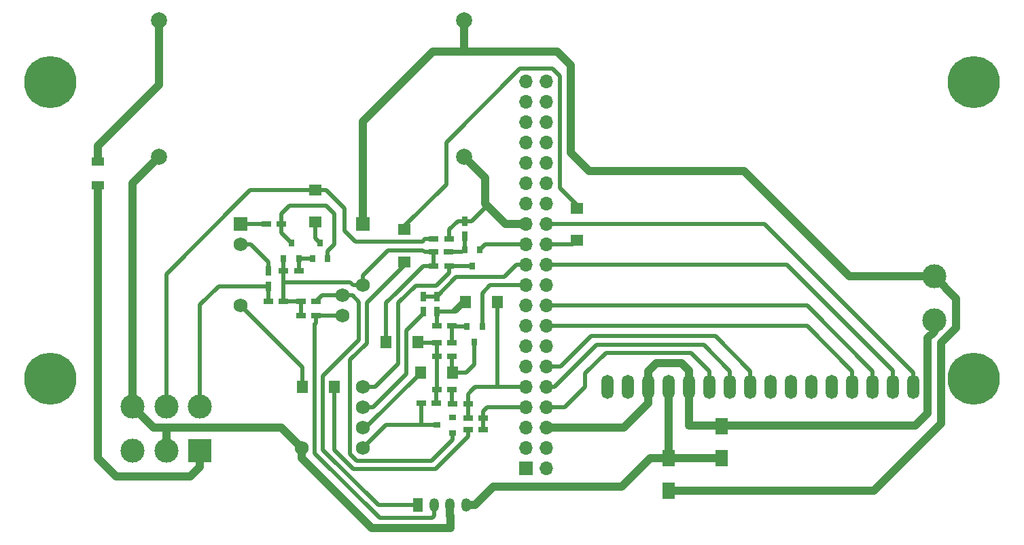
<source format=gbr>
G04 #@! TF.GenerationSoftware,KiCad,Pcbnew,(5.1.2)-1*
G04 #@! TF.CreationDate,2019-06-14T16:17:24+05:00*
G04 #@! TF.ProjectId,evend-adapter,6576656e-642d-4616-9461-707465722e6b,rev?*
G04 #@! TF.SameCoordinates,Original*
G04 #@! TF.FileFunction,Copper,L2,Bot*
G04 #@! TF.FilePolarity,Positive*
%FSLAX46Y46*%
G04 Gerber Fmt 4.6, Leading zero omitted, Abs format (unit mm)*
G04 Created by KiCad (PCBNEW (5.1.2)-1) date 2019-06-14 16:17:24*
%MOMM*%
%LPD*%
G04 APERTURE LIST*
%ADD10O,1.500000X3.000000*%
%ADD11C,6.500000*%
%ADD12R,1.600000X2.000000*%
%ADD13R,1.600000X1.400000*%
%ADD14R,1.400000X1.600000*%
%ADD15R,1.600000X1.000000*%
%ADD16O,1.700000X1.700000*%
%ADD17R,1.700000X1.700000*%
%ADD18R,1.200000X1.700000*%
%ADD19O,1.200000X1.700000*%
%ADD20C,1.727200*%
%ADD21R,1.727200X1.727200*%
%ADD22R,1.200000X0.750000*%
%ADD23C,3.000000*%
%ADD24R,0.750000X1.200000*%
%ADD25R,0.800000X0.900000*%
%ADD26R,3.000000X3.000000*%
%ADD27R,0.900000X0.800000*%
%ADD28C,2.000000*%
%ADD29C,0.500000*%
%ADD30C,1.000000*%
%ADD31C,0.400000*%
%ADD32C,0.250000*%
G04 APERTURE END LIST*
D10*
X158496000Y-154940000D03*
X155956000Y-154940000D03*
X153416000Y-154940000D03*
X150876000Y-154940000D03*
X148336000Y-154940000D03*
X145796000Y-154940000D03*
X143256000Y-154940000D03*
X140716000Y-154940000D03*
X138176000Y-154940000D03*
X135636000Y-154940000D03*
X133096000Y-154940000D03*
X130556000Y-154940000D03*
X128016000Y-154940000D03*
X125476000Y-154940000D03*
X122936000Y-154940000D03*
X120396000Y-154940000D03*
D11*
X50976000Y-153940000D03*
X50976000Y-116940000D03*
X165976000Y-153940000D03*
X165976000Y-116940000D03*
D12*
X134620000Y-163798000D03*
X134620000Y-159798000D03*
X128016000Y-163830000D03*
X128016000Y-167830000D03*
D13*
X116586000Y-136620000D03*
X116586000Y-132620000D03*
D14*
X102648000Y-144373600D03*
X106648000Y-144373600D03*
X97060000Y-153162000D03*
X101060000Y-153162000D03*
D13*
X84010500Y-130334000D03*
X84010500Y-134334000D03*
D15*
X56896000Y-126770000D03*
X56896000Y-129770000D03*
D14*
X86360000Y-154940000D03*
X82360000Y-154940000D03*
X96774000Y-149352000D03*
X92774000Y-149352000D03*
D13*
X95059500Y-135312400D03*
X95059500Y-139312400D03*
D16*
X112776000Y-160020000D03*
X110236000Y-162560000D03*
X110236000Y-147320000D03*
X112776000Y-147320000D03*
X112776000Y-162560000D03*
X110236000Y-160020000D03*
X112776000Y-165100000D03*
D17*
X110236000Y-165100000D03*
D16*
X110236000Y-137160000D03*
X112776000Y-137160000D03*
X110236000Y-152400000D03*
X112776000Y-152400000D03*
X110236000Y-132080000D03*
X112776000Y-132080000D03*
X110236000Y-149860000D03*
X112776000Y-149860000D03*
X110236000Y-154940000D03*
X112776000Y-154940000D03*
X110236000Y-142240000D03*
X112776000Y-142240000D03*
X110236000Y-119380000D03*
X112776000Y-119380000D03*
X110236000Y-124460000D03*
X112776000Y-124460000D03*
X110236000Y-121920000D03*
X112776000Y-121920000D03*
X110236000Y-144780000D03*
X112776000Y-144780000D03*
X110236000Y-127000000D03*
X112776000Y-127000000D03*
X110236000Y-157480000D03*
X112776000Y-157480000D03*
X110236000Y-129540000D03*
X112776000Y-129540000D03*
X110236000Y-139700000D03*
X112776000Y-139700000D03*
X110236000Y-134620000D03*
X112776000Y-134620000D03*
X110236000Y-116840000D03*
X112776000Y-116840000D03*
D18*
X96774000Y-169672000D03*
D19*
X98774000Y-169672000D03*
X100774000Y-169672000D03*
X102774000Y-169672000D03*
D20*
X82296000Y-162560000D03*
X87376000Y-146050000D03*
X87376000Y-143510000D03*
X74676000Y-144780000D03*
D21*
X74676000Y-134620000D03*
D20*
X74676000Y-137160000D03*
D21*
X89916000Y-134620000D03*
D20*
X89916000Y-142240000D03*
X89916000Y-157480000D03*
X89916000Y-154940000D03*
X89916000Y-160020000D03*
X89916000Y-162560000D03*
D22*
X98719600Y-136486900D03*
X100619600Y-136486900D03*
D23*
X161076000Y-146620000D03*
X161076000Y-141120000D03*
D22*
X99060000Y-156972000D03*
X97160000Y-156972000D03*
X98732300Y-139814300D03*
X100632300Y-139814300D03*
X99126000Y-151130000D03*
X101026000Y-151130000D03*
X104897000Y-158826200D03*
X102997000Y-158826200D03*
X104902000Y-160223200D03*
X103002000Y-160223200D03*
D24*
X99098100Y-143642000D03*
X99098100Y-145542000D03*
X97459800Y-143642000D03*
X97459800Y-145542000D03*
D22*
X99126000Y-155270200D03*
X101026000Y-155270200D03*
X101092000Y-157048200D03*
X102992000Y-157048200D03*
X98706900Y-138087100D03*
X100606900Y-138087100D03*
D24*
X102590600Y-136116100D03*
X102590600Y-134216100D03*
D22*
X101015800Y-149440900D03*
X99115800Y-149440900D03*
X101026000Y-147320000D03*
X99126000Y-147320000D03*
X82174000Y-146050000D03*
X84074000Y-146050000D03*
X82174000Y-144272000D03*
X84074000Y-144272000D03*
D24*
X78126000Y-142370000D03*
X78126000Y-140470000D03*
D22*
X80010000Y-144272000D03*
X78110000Y-144272000D03*
X80015000Y-140420000D03*
X81915000Y-140420000D03*
X77851000Y-134620000D03*
X79751000Y-134620000D03*
D25*
X85534500Y-138938000D03*
X83634500Y-138938000D03*
X84584500Y-136938000D03*
X81925200Y-138947400D03*
X80025200Y-138947400D03*
X80975200Y-136947400D03*
D26*
X69596000Y-162880000D03*
D23*
X65396000Y-162880000D03*
X61196000Y-162880000D03*
X69596000Y-157380000D03*
X65396000Y-157380000D03*
X61196000Y-157380000D03*
D25*
X102872500Y-147348700D03*
X104772500Y-147348700D03*
X103822500Y-149348700D03*
X102567700Y-137811000D03*
X104467700Y-137811000D03*
X103517700Y-139811000D03*
D27*
X101092000Y-158739800D03*
X101092000Y-160639800D03*
X99092000Y-159689800D03*
D28*
X64516000Y-126217680D03*
X64516000Y-109220000D03*
X102514400Y-109220000D03*
X102514400Y-126217680D03*
D29*
X87376000Y-146050000D02*
X84074000Y-146050000D01*
X98774000Y-169672000D02*
X98774000Y-171022000D01*
X98774000Y-171022000D02*
X98523999Y-171272001D01*
X98523999Y-171272001D02*
X91997186Y-171272001D01*
X91997186Y-171272001D02*
X83909988Y-163184803D01*
X83909988Y-163184803D02*
X83909988Y-151911783D01*
X83909988Y-147014988D02*
X83909988Y-163184803D01*
X84074000Y-146925000D02*
X84074000Y-146050000D01*
X83984012Y-147014988D02*
X84074000Y-146925000D01*
X83909988Y-147014988D02*
X83984012Y-147014988D01*
X84836000Y-143510000D02*
X84074000Y-144272000D01*
X87376000Y-143510000D02*
X84836000Y-143510000D01*
X88597314Y-143510000D02*
X89408000Y-144320686D01*
X87376000Y-143510000D02*
X88597314Y-143510000D01*
X89408000Y-144320686D02*
X89408000Y-148336000D01*
X84909999Y-162770585D02*
X91811414Y-169672000D01*
X89408000Y-148336000D02*
X89408000Y-149041998D01*
X91811414Y-169672000D02*
X95674000Y-169672000D01*
X89408000Y-149041998D02*
X84909999Y-153539999D01*
X84909999Y-153539999D02*
X84909999Y-162770585D01*
X95674000Y-169672000D02*
X96774000Y-169672000D01*
D30*
X107696000Y-134620000D02*
X105156000Y-132080000D01*
X110236000Y-134620000D02*
X107696000Y-134620000D01*
X105156000Y-128859280D02*
X105156000Y-132080000D01*
X102514400Y-126217680D02*
X105156000Y-128859280D01*
D31*
X109982000Y-154686000D02*
X110236000Y-154940000D01*
X99098100Y-147292100D02*
X99126000Y-147320000D01*
D29*
X99126000Y-145569900D02*
X99098100Y-145542000D01*
X99126000Y-147320000D02*
X99126000Y-145569900D01*
X99098100Y-145542000D02*
X100698600Y-145542000D01*
X102997000Y-157053200D02*
X102992000Y-157048200D01*
X102997000Y-158826200D02*
X102997000Y-157053200D01*
X101715600Y-134216100D02*
X102590600Y-134216100D01*
X100619600Y-135312100D02*
X101715600Y-134216100D01*
X100619600Y-136486900D02*
X100619600Y-135312100D01*
X105156000Y-132525700D02*
X105156000Y-132080000D01*
X103465600Y-134216100D02*
X105156000Y-132525700D01*
X102590600Y-134216100D02*
X103465600Y-134216100D01*
D30*
X61196000Y-129537680D02*
X64516000Y-126217680D01*
X61196000Y-157380000D02*
X61196000Y-129537680D01*
X125476000Y-156940000D02*
X122396000Y-160020000D01*
X125476000Y-154940000D02*
X125476000Y-156940000D01*
D29*
X130556000Y-154190000D02*
X130556000Y-154940000D01*
X125476000Y-154940000D02*
X125476000Y-154190000D01*
D30*
X130556000Y-154190000D02*
X130476000Y-154110000D01*
X125476000Y-152940000D02*
X126496000Y-151920000D01*
X125476000Y-154940000D02*
X125476000Y-152940000D01*
X130556000Y-152908000D02*
X130556000Y-154940000D01*
X129568000Y-151920000D02*
X130556000Y-152908000D01*
X126496000Y-151920000D02*
X129568000Y-151920000D01*
X61196000Y-157380000D02*
X63795000Y-159979000D01*
X79715000Y-159979000D02*
X82296000Y-162560000D01*
X65396000Y-162880000D02*
X65396000Y-160056000D01*
X79715000Y-159979000D02*
X63795000Y-159979000D01*
X122396000Y-160020000D02*
X112776000Y-160020000D01*
X130556000Y-154940000D02*
X130556000Y-159766000D01*
X158750000Y-159766000D02*
X130556000Y-159766000D01*
D29*
X101098600Y-145542000D02*
X102267000Y-144373600D01*
X99098100Y-145542000D02*
X101098600Y-145542000D01*
X101479600Y-145542000D02*
X102648000Y-144373600D01*
X99098100Y-145542000D02*
X101479600Y-145542000D01*
X102992000Y-155834000D02*
X102992000Y-157048200D01*
X103886000Y-154940000D02*
X103378000Y-155448000D01*
X103854000Y-154972000D02*
X103378000Y-155448000D01*
X103378000Y-155448000D02*
X102992000Y-155834000D01*
X106648000Y-154718000D02*
X106426000Y-154940000D01*
X106648000Y-144373600D02*
X106648000Y-154718000D01*
X110236000Y-154940000D02*
X106426000Y-154940000D01*
X106426000Y-154940000D02*
X103886000Y-154940000D01*
D30*
X91036697Y-172522011D02*
X82296000Y-163781314D01*
X82296000Y-163781314D02*
X82296000Y-162560000D01*
X100781989Y-171029989D02*
X100781989Y-172522011D01*
D29*
X100774000Y-171022000D02*
X100781989Y-171029989D01*
D30*
X100774000Y-169672000D02*
X100774000Y-171022000D01*
X91036697Y-172522011D02*
X100781989Y-172522011D01*
D29*
X161076000Y-146620000D02*
X161076000Y-147026000D01*
D30*
X161076000Y-148042000D02*
X161076000Y-146620000D01*
X160274000Y-148844000D02*
X161076000Y-148042000D01*
X158750000Y-159766000D02*
X160274000Y-158242000D01*
X160274000Y-158242000D02*
X160274000Y-148844000D01*
D29*
X78076000Y-142420000D02*
X78126000Y-142370000D01*
X71926000Y-142370000D02*
X78126000Y-142370000D01*
X69596000Y-157380000D02*
X69596000Y-144700000D01*
X69596000Y-144700000D02*
X71926000Y-142370000D01*
X78126000Y-144256000D02*
X78110000Y-144272000D01*
X78126000Y-142370000D02*
X78126000Y-144256000D01*
X65396000Y-157380000D02*
X65396000Y-140822798D01*
X65396000Y-140822798D02*
X74884808Y-131333990D01*
X87642750Y-133218521D02*
X87642750Y-135423952D01*
X75884798Y-130334000D02*
X74884808Y-131333990D01*
X84010500Y-130334000D02*
X75884798Y-130334000D01*
X85310500Y-130334000D02*
X84010500Y-130334000D01*
X87642750Y-135423952D02*
X87642750Y-132666250D01*
X88981199Y-136762401D02*
X87642750Y-135423952D01*
X97344099Y-136762401D02*
X88981199Y-136762401D01*
X97619600Y-136486900D02*
X97344099Y-136762401D01*
X87642750Y-132666250D02*
X85310500Y-130334000D01*
X98719600Y-136486900D02*
X97619600Y-136486900D01*
D31*
X81925200Y-138997400D02*
X81925200Y-138947400D01*
D29*
X81934600Y-138938000D02*
X81925200Y-138947400D01*
X83634500Y-138938000D02*
X81934600Y-138938000D01*
X81925200Y-140409800D02*
X81915000Y-140420000D01*
X81925200Y-138947400D02*
X81925200Y-140409800D01*
X79751000Y-135723200D02*
X80975200Y-136947400D01*
X79751000Y-134620000D02*
X79751000Y-135723200D01*
X85534500Y-138938000D02*
X85534500Y-137988000D01*
X85534500Y-137988000D02*
X86360000Y-137162500D01*
X86360000Y-137162500D02*
X86360000Y-133350000D01*
X86360000Y-133350000D02*
X85344000Y-132334000D01*
X85344000Y-132334000D02*
X80772000Y-132334000D01*
X79751000Y-133355000D02*
X79751000Y-134620000D01*
X80772000Y-132334000D02*
X79751000Y-133355000D01*
X101054700Y-147348700D02*
X101026000Y-147320000D01*
X102872500Y-147348700D02*
X101054700Y-147348700D01*
X101015800Y-147330200D02*
X101026000Y-147320000D01*
X101015800Y-149440900D02*
X101015800Y-147330200D01*
X102590600Y-137788100D02*
X102567700Y-137811000D01*
X102590600Y-136116100D02*
X102590600Y-137788100D01*
X102291600Y-138087100D02*
X102567700Y-137811000D01*
X100606900Y-138087100D02*
X102291600Y-138087100D01*
X101026000Y-156982200D02*
X101092000Y-157048200D01*
X101026000Y-155270200D02*
X101026000Y-156982200D01*
X99098100Y-143417000D02*
X99098100Y-143642000D01*
X99098100Y-143642000D02*
X97459800Y-143642000D01*
X101516100Y-141224000D02*
X99098100Y-143642000D01*
X107509919Y-141224000D02*
X101516100Y-141224000D01*
X109033919Y-139700000D02*
X107509919Y-141224000D01*
X110236000Y-139700000D02*
X109033919Y-139700000D01*
X104902000Y-158831200D02*
X104897000Y-158826200D01*
X104902000Y-160223200D02*
X104902000Y-158831200D01*
X109033919Y-157480000D02*
X110236000Y-157480000D01*
X105368200Y-157480000D02*
X109033919Y-157480000D01*
X104897000Y-157951200D02*
X105368200Y-157480000D01*
X104897000Y-158826200D02*
X104897000Y-157951200D01*
D31*
X102997000Y-160228200D02*
X103002000Y-160223200D01*
D29*
X82360000Y-154940000D02*
X82360000Y-152464000D01*
X82360000Y-152464000D02*
X74676000Y-144780000D01*
X103002000Y-161098200D02*
X103002000Y-160223200D01*
X98926588Y-165173612D02*
X103002000Y-161098200D01*
X88727253Y-165173612D02*
X98926588Y-165173612D01*
X86360000Y-162806358D02*
X88727253Y-165173612D01*
X86360000Y-154940000D02*
X86360000Y-162806358D01*
D31*
X56896000Y-126770000D02*
X57196000Y-126770000D01*
D30*
X56896000Y-124900000D02*
X64516000Y-117280000D01*
X56896000Y-126770000D02*
X56896000Y-124900000D01*
X64516000Y-117280000D02*
X64516000Y-109220000D01*
D29*
X74676000Y-134620000D02*
X77851000Y-134620000D01*
D31*
X74496000Y-137160000D02*
X74676000Y-137160000D01*
D29*
X75897314Y-137160000D02*
X74676000Y-137160000D01*
X75916000Y-137160000D02*
X75897314Y-137160000D01*
X78126000Y-139370000D02*
X75916000Y-137160000D01*
X78126000Y-140470000D02*
X78126000Y-139370000D01*
X91186000Y-157480000D02*
X89916000Y-157480000D01*
X95323999Y-153342001D02*
X91186000Y-157480000D01*
X95323999Y-147902801D02*
X95323999Y-153342001D01*
X97459800Y-145767000D02*
X95323999Y-147902801D01*
X97459800Y-145542000D02*
X97459800Y-145767000D01*
X103822500Y-150298700D02*
X103822500Y-149348700D01*
X103822500Y-152082100D02*
X103822500Y-150298700D01*
X102768000Y-153136600D02*
X103822500Y-152082100D01*
X101568000Y-153136600D02*
X102768000Y-153136600D01*
X101026000Y-152594600D02*
X101568000Y-153136600D01*
X101026000Y-151130000D02*
X101026000Y-152594600D01*
X100635600Y-139811000D02*
X100632300Y-139814300D01*
X103517700Y-139811000D02*
X100635600Y-139811000D01*
X100632300Y-139814300D02*
X100632300Y-140689300D01*
X96484799Y-142291999D02*
X94323988Y-144452810D01*
X99029601Y-142291999D02*
X96484799Y-142291999D01*
X100632300Y-140689300D02*
X99029601Y-142291999D01*
X94323988Y-144452810D02*
X94323988Y-152056012D01*
X91440000Y-154940000D02*
X89916000Y-154940000D01*
X94323988Y-152056012D02*
X91440000Y-154940000D01*
D31*
X90246200Y-162229800D02*
X89916000Y-162560000D01*
D29*
X92786200Y-159689800D02*
X89916000Y-162560000D01*
X97160000Y-156972000D02*
X97160000Y-159644000D01*
X99092000Y-159689800D02*
X97205800Y-159689800D01*
X97205800Y-159689800D02*
X92786200Y-159689800D01*
X120189990Y-150669990D02*
X130825990Y-150669990D01*
X133096000Y-152940000D02*
X133096000Y-154940000D01*
X130825990Y-150669990D02*
X133096000Y-152940000D01*
X120189990Y-150669990D02*
X117602000Y-153257980D01*
X117602000Y-154940000D02*
X115062000Y-157480000D01*
X117602000Y-153257980D02*
X117602000Y-154940000D01*
X112776000Y-157480000D02*
X115062000Y-157480000D01*
D32*
X95059500Y-139712400D02*
X95059500Y-139737400D01*
D29*
X112916000Y-137020000D02*
X112776000Y-137160000D01*
X116586000Y-132195000D02*
X114468001Y-130077001D01*
X116586000Y-132220000D02*
X116586000Y-132195000D01*
X114468001Y-130077001D02*
X114468001Y-116163999D01*
X114468001Y-116163999D02*
X113544001Y-115239999D01*
X113544001Y-115239999D02*
X109467999Y-115239999D01*
X100288999Y-129657901D02*
X100288999Y-124418999D01*
X95059500Y-134887400D02*
X100288999Y-129657901D01*
X95059500Y-134912400D02*
X95059500Y-134887400D01*
X109467999Y-115239999D02*
X100288999Y-124418999D01*
X90408011Y-144388889D02*
X95059500Y-139737400D01*
X90408011Y-149459216D02*
X90408011Y-144388889D01*
X88302399Y-151564827D02*
X90408011Y-149459216D01*
X88302399Y-163334529D02*
X88302399Y-151564827D01*
X89141471Y-164173601D02*
X88302399Y-163334529D01*
X98458199Y-164173601D02*
X89141471Y-164173601D01*
X101092000Y-161539800D02*
X98458199Y-164173601D01*
X101092000Y-160639800D02*
X101092000Y-161539800D01*
X116046000Y-137160000D02*
X116586000Y-136620000D01*
X112776000Y-137160000D02*
X116046000Y-137160000D01*
D31*
X110226600Y-137150600D02*
X110236000Y-137160000D01*
D29*
X105118700Y-137160000D02*
X104467700Y-137811000D01*
X110236000Y-137160000D02*
X105118700Y-137160000D01*
D31*
X110236000Y-142240000D02*
X108966000Y-142240000D01*
D29*
X109033919Y-142240000D02*
X110236000Y-142240000D01*
X105725598Y-142240000D02*
X109033919Y-142240000D01*
X104772500Y-143193098D02*
X105725598Y-142240000D01*
X104772500Y-147348700D02*
X104772500Y-143193098D01*
X135636000Y-154940000D02*
X135636000Y-153924000D01*
X135636000Y-152940000D02*
X135636000Y-154940000D01*
X132365979Y-149669979D02*
X135636000Y-152940000D01*
X119036621Y-149669979D02*
X132365979Y-149669979D01*
X113766600Y-154940000D02*
X119036621Y-149669979D01*
X112776000Y-154940000D02*
X113766600Y-154940000D01*
X138176000Y-152940000D02*
X138176000Y-154940000D01*
X133826000Y-148590000D02*
X138176000Y-152940000D01*
X118364000Y-148590000D02*
X133826000Y-148590000D01*
X114554000Y-152400000D02*
X118364000Y-148590000D01*
X112776000Y-152400000D02*
X114554000Y-152400000D01*
X153416000Y-154940000D02*
X153416000Y-154190000D01*
X145256000Y-144780000D02*
X144780000Y-144780000D01*
X153416000Y-152940000D02*
X145256000Y-144780000D01*
X153416000Y-154940000D02*
X153416000Y-152940000D01*
X144780000Y-144780000D02*
X112776000Y-144780000D01*
X150876000Y-154940000D02*
X150876000Y-154190000D01*
X145256000Y-147320000D02*
X144018000Y-147320000D01*
X150876000Y-152940000D02*
X145256000Y-147320000D01*
X150876000Y-154940000D02*
X150876000Y-152940000D01*
X112776000Y-147320000D02*
X144018000Y-147320000D01*
X155956000Y-154940000D02*
X155956000Y-154190000D01*
X155956000Y-152908000D02*
X142748000Y-139700000D01*
X155956000Y-154940000D02*
X155956000Y-152908000D01*
X142748000Y-139700000D02*
X112776000Y-139700000D01*
X158496000Y-153162000D02*
X139954000Y-134620000D01*
X158496000Y-154940000D02*
X158496000Y-153162000D01*
X112776000Y-134620000D02*
X139954000Y-134620000D01*
D30*
X68361000Y-166115000D02*
X59181000Y-166115000D01*
X69596000Y-164880000D02*
X68361000Y-166115000D01*
X69596000Y-162880000D02*
X69596000Y-164880000D01*
X56896000Y-163830000D02*
X56896000Y-129770000D01*
X59181000Y-166115000D02*
X56896000Y-163830000D01*
D31*
X92392500Y-149313900D02*
X92367500Y-149313900D01*
D29*
X79996000Y-138976600D02*
X80025200Y-138947400D01*
X97180100Y-149440900D02*
X96989600Y-149250400D01*
X99115800Y-149440900D02*
X97180100Y-149440900D01*
X99115800Y-151119800D02*
X99126000Y-151130000D01*
X99115800Y-149440900D02*
X99115800Y-151119800D01*
X99126000Y-151130000D02*
X99126000Y-155270200D01*
X98706900Y-139788900D02*
X98732300Y-139814300D01*
X98706900Y-138087100D02*
X98706900Y-139788900D01*
X97548269Y-139814300D02*
X97632300Y-139814300D01*
X80025200Y-140409800D02*
X80015000Y-140420000D01*
X80025200Y-138947400D02*
X80025200Y-140409800D01*
X79926000Y-140509000D02*
X80015000Y-140420000D01*
X88694686Y-142240000D02*
X88324686Y-141870000D01*
X89916000Y-142240000D02*
X88694686Y-142240000D01*
X99060000Y-155336200D02*
X99126000Y-155270200D01*
X99060000Y-156972000D02*
X99060000Y-155336200D01*
X97632300Y-139814300D02*
X98732300Y-139814300D01*
X97407602Y-139814300D02*
X97632300Y-139814300D01*
X92774000Y-144447902D02*
X94099951Y-143121951D01*
X92774000Y-149352000D02*
X92774000Y-144447902D01*
X94099951Y-143121951D02*
X97407602Y-139814300D01*
X97606900Y-138087100D02*
X98706900Y-138087100D01*
X97382199Y-137862399D02*
X97606900Y-138087100D01*
X93072287Y-137862399D02*
X97382199Y-137862399D01*
X89916000Y-141018686D02*
X93072287Y-137862399D01*
X89916000Y-142240000D02*
X89916000Y-141018686D01*
X80010000Y-144272000D02*
X82174000Y-144272000D01*
X82174000Y-144272000D02*
X82174000Y-146050000D01*
X80010000Y-140425000D02*
X80015000Y-140420000D01*
X80126000Y-141870000D02*
X80010000Y-141986000D01*
X88324686Y-141870000D02*
X80126000Y-141870000D01*
X80010000Y-144272000D02*
X80010000Y-141986000D01*
X80010000Y-141986000D02*
X80010000Y-140425000D01*
D30*
X89916000Y-121818400D02*
X89916000Y-134620000D01*
X115824000Y-125730000D02*
X118110000Y-128016000D01*
X161076000Y-141120000D02*
X150518000Y-141120000D01*
X137414000Y-128016000D02*
X118110000Y-128016000D01*
X150518000Y-141120000D02*
X137414000Y-128016000D01*
X161076000Y-141120000D02*
X163830000Y-143874000D01*
X163830000Y-143874000D02*
X163830000Y-147574000D01*
X161975999Y-159460001D02*
X153606000Y-167830000D01*
X161975999Y-149428001D02*
X161975999Y-159460001D01*
X163830000Y-147574000D02*
X161975999Y-149428001D01*
X153606000Y-167830000D02*
X128016000Y-167830000D01*
X102514400Y-113131600D02*
X102514400Y-109220000D01*
X115810990Y-114794990D02*
X114147600Y-113131600D01*
X115810990Y-125716990D02*
X115810990Y-114794990D01*
D29*
X115824000Y-125730000D02*
X115810990Y-125716990D01*
D30*
X98602800Y-113131600D02*
X89916000Y-121818400D01*
D29*
X102514400Y-113080800D02*
X102463600Y-113131600D01*
X102514400Y-109220000D02*
X102514400Y-113080800D01*
D30*
X114147600Y-113131600D02*
X102463600Y-113131600D01*
X102463600Y-113131600D02*
X98602800Y-113131600D01*
D29*
X84010500Y-136364000D02*
X84584500Y-136938000D01*
X84010500Y-134734000D02*
X84010500Y-136364000D01*
D31*
X90259600Y-160020000D02*
X89916000Y-160020000D01*
D29*
X97143000Y-153136600D02*
X90259600Y-160020000D01*
D31*
X97168000Y-153136600D02*
X97143000Y-153136600D01*
D29*
X128016000Y-154940000D02*
X128016000Y-155690000D01*
X128048000Y-163798000D02*
X128016000Y-163830000D01*
D30*
X134620000Y-163798000D02*
X128048000Y-163798000D01*
X128016000Y-163830000D02*
X128016000Y-154940000D01*
D29*
X128016000Y-163830000D02*
X126716000Y-163830000D01*
D30*
X103874000Y-169672000D02*
X106160000Y-167386000D01*
X102774000Y-169672000D02*
X103874000Y-169672000D01*
X125730000Y-163830000D02*
X122174000Y-167386000D01*
X128016000Y-163830000D02*
X125730000Y-163830000D01*
X106160000Y-167386000D02*
X122174000Y-167386000D01*
M02*

</source>
